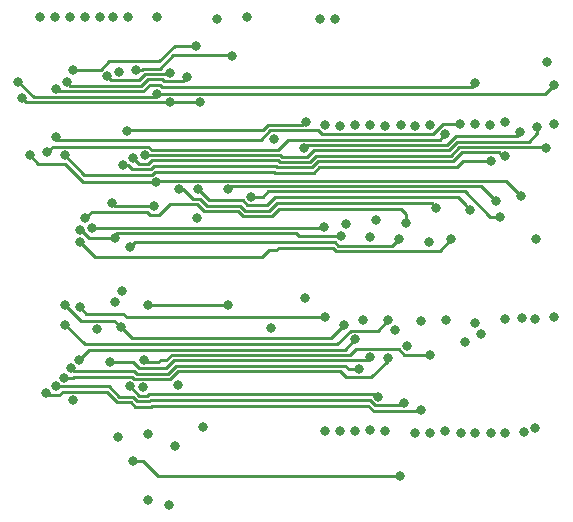
<source format=gbr>
%TF.GenerationSoftware,KiCad,Pcbnew,(7.0.0)*%
%TF.CreationDate,2023-03-25T14:20:40+00:00*%
%TF.ProjectId,connector,636f6e6e-6563-4746-9f72-2e6b69636164,rev?*%
%TF.SameCoordinates,Original*%
%TF.FileFunction,Copper,L2,Inr*%
%TF.FilePolarity,Positive*%
%FSLAX46Y46*%
G04 Gerber Fmt 4.6, Leading zero omitted, Abs format (unit mm)*
G04 Created by KiCad (PCBNEW (7.0.0)) date 2023-03-25 14:20:40*
%MOMM*%
%LPD*%
G01*
G04 APERTURE LIST*
%TA.AperFunction,ViaPad*%
%ADD10C,0.800000*%
%TD*%
%TA.AperFunction,Conductor*%
%ADD11C,0.250000*%
%TD*%
G04 APERTURE END LIST*
D10*
%TO.N,/~{SE1}*%
X131826000Y-107823000D03*
%TO.N,/WEL*%
X129540000Y-95853500D03*
%TO.N,/A9*%
X123174695Y-75946000D03*
%TO.N,/D4*%
X123784674Y-89503931D03*
X126749500Y-90170000D03*
%TO.N,/D3*%
X144436500Y-89281000D03*
%TO.N,/A19*%
X133947500Y-78702500D03*
%TO.N,Net-(U3-CE#)*%
X127000000Y-107061000D03*
%TO.N,GND*%
X125222000Y-97917000D03*
%TO.N,/D2*%
X123772500Y-96049500D03*
%TO.N,/D1*%
X123724500Y-100487511D03*
%TO.N,/D0*%
X147447000Y-101261500D03*
X123000000Y-101219000D03*
%TO.N,/A0*%
X122555000Y-97536000D03*
%TO.N,/A1*%
X149860000Y-100330000D03*
X122399963Y-102018350D03*
%TO.N,/A2*%
X151257000Y-104136201D03*
X121724500Y-102755066D03*
%TO.N,/A3*%
X152654000Y-104775000D03*
X120899722Y-103319642D03*
%TO.N,/A11*%
X132170000Y-86068500D03*
%TO.N,/A8*%
X133768500Y-86068500D03*
%TO.N,/ROE*%
X130302000Y-71501000D03*
%TO.N,/A11*%
X131445000Y-76182392D03*
X126073500Y-76454000D03*
%TO.N,/D7*%
X127343500Y-94712313D03*
%TO.N,/~{SE1}*%
X127127000Y-76099500D03*
X127889000Y-71501000D03*
%TO.N,/D6*%
X148336500Y-100292500D03*
X126365000Y-100711000D03*
X125476000Y-71501000D03*
%TO.N,/D3*%
X124206000Y-71501000D03*
%TO.N,/~{SE1}*%
X126492000Y-87211500D03*
X130048500Y-87503000D03*
X132080000Y-102616000D03*
%TO.N,Net-(D1-K)*%
X131318000Y-112776000D03*
X129159000Y-102832500D03*
%TO.N,/D5*%
X146341500Y-89027000D03*
%TO.N,/D6*%
X148336000Y-90118000D03*
%TO.N,/D4*%
X145885500Y-90043000D03*
X126746000Y-95631000D03*
X122936000Y-71501000D03*
%TO.N,/A17*%
X119544500Y-83185000D03*
X120396000Y-71501000D03*
%TO.N,/D7*%
X126619000Y-71501000D03*
X149061000Y-103619500D03*
X128000000Y-102743000D03*
X148881500Y-88677500D03*
%TO.N,/A10*%
X124199500Y-88523890D03*
%TO.N,Net-(U3-CE#)*%
X128038181Y-90925459D03*
X150780500Y-90297500D03*
%TO.N,/A10*%
X151421500Y-88900000D03*
%TO.N,GND*%
X129540000Y-106807000D03*
%TO.N,/ROE*%
X153320500Y-90551000D03*
%TO.N,/A11*%
X153961500Y-87625109D03*
%TO.N,/A9*%
X133620500Y-73914000D03*
X123772500Y-90551000D03*
X155231500Y-90297000D03*
%TO.N,/A8*%
X156813500Y-87824799D03*
%TO.N,/D3*%
X124785632Y-89347562D03*
X144526000Y-106553000D03*
%TO.N,/D4*%
X145796000Y-106553000D03*
%TO.N,/D6*%
X148336000Y-106426000D03*
%TO.N,/D7*%
X149606000Y-106553000D03*
%TO.N,/A10*%
X152146000Y-106680000D03*
%TO.N,/A11*%
X154686000Y-106553000D03*
%TO.N,/A9*%
X156083000Y-106680000D03*
%TO.N,/A8*%
X157226000Y-106680000D03*
%TO.N,/D5*%
X147066000Y-106553000D03*
X146177000Y-97536000D03*
X127224500Y-97744227D03*
X122555000Y-95885000D03*
X121666000Y-71501000D03*
%TO.N,/A8*%
X135382000Y-71628000D03*
X132842000Y-76581000D03*
X122659057Y-76999500D03*
%TO.N,/ROE*%
X153416000Y-106680000D03*
X153416000Y-100076000D03*
X129188232Y-100483500D03*
%TO.N,/A13*%
X128524000Y-75946000D03*
X136312500Y-86068500D03*
X136646000Y-74803000D03*
%TO.N,/WEL*%
X138261500Y-86680652D03*
X136312500Y-95853500D03*
X137896000Y-71501000D03*
%TO.N,/A13*%
X158623000Y-106680000D03*
X159004000Y-87084500D03*
%TO.N,/WEL*%
X159766000Y-106680000D03*
X159328297Y-88392000D03*
%TO.N,Net-(JP1-A)*%
X150876000Y-110363000D03*
X128270000Y-109093000D03*
%TO.N,/A14*%
X142896000Y-80338500D03*
X127775500Y-81153000D03*
%TO.N,/D2*%
X145796000Y-80682500D03*
X144526000Y-96874500D03*
%TO.N,/D1*%
X147066000Y-80645000D03*
X147074952Y-98768500D03*
%TO.N,/D0*%
X148336000Y-80645000D03*
X147790500Y-97155000D03*
%TO.N,/A0*%
X149606000Y-80682500D03*
X149863949Y-97167548D03*
%TO.N,/A1*%
X151003000Y-80645000D03*
X150421752Y-97996922D03*
%TO.N,/A2*%
X152146000Y-80682500D03*
X151511000Y-99314000D03*
%TO.N,/A3*%
X153416000Y-80645000D03*
X152691500Y-97206089D03*
%TO.N,/A6*%
X121793000Y-77528000D03*
X157226000Y-77089000D03*
%TO.N,/A5*%
X156391548Y-99005451D03*
X155956000Y-80518000D03*
X121724500Y-81661000D03*
%TO.N,/A4*%
X154781500Y-97155000D03*
X154693803Y-81413611D03*
X121031000Y-82931000D03*
%TO.N,/A6*%
X157263500Y-97379313D03*
X157226000Y-80518000D03*
%TO.N,/A7*%
X158623000Y-83666500D03*
X122500000Y-83185000D03*
X157734000Y-98298000D03*
X158496000Y-80645000D03*
%TO.N,/A15*%
X163232000Y-82550000D03*
X128307000Y-83439000D03*
%TO.N,/A12*%
X159808500Y-83216500D03*
X127463541Y-83975267D03*
X159778797Y-97028000D03*
X159766000Y-80391000D03*
%TO.N,GND*%
X129540000Y-112395000D03*
X144526000Y-80645000D03*
X140208000Y-81788000D03*
X142875000Y-95250000D03*
X133731000Y-88519000D03*
X123190000Y-103917500D03*
X145415000Y-71628000D03*
X139954000Y-97790000D03*
X144145000Y-71628000D03*
%TO.N,/A14*%
X161228297Y-96974895D03*
X142748000Y-82581500D03*
X161069141Y-81229798D03*
%TO.N,/A15*%
X163322000Y-75311000D03*
X162306000Y-106299000D03*
X162433000Y-90297000D03*
%TO.N,/A16*%
X129286000Y-83164500D03*
X162306000Y-97028000D03*
X162507500Y-80772000D03*
%TO.N,/A17*%
X130265487Y-85468748D03*
X161163000Y-86614000D03*
X161344954Y-106573585D03*
%TO.N,/A19*%
X134239000Y-106172000D03*
X118872000Y-78359000D03*
X131445000Y-78702500D03*
%TO.N,/A18*%
X130302000Y-77978000D03*
X163957000Y-80518000D03*
X163957000Y-77216000D03*
X163957000Y-96901000D03*
X118571123Y-76962000D03*
%TD*%
D11*
%TO.N,/A2*%
X121736566Y-102743000D02*
X121724500Y-102755066D01*
X126238296Y-102743000D02*
X121736566Y-102743000D01*
X127127296Y-103632000D02*
X126238296Y-102743000D01*
X128252604Y-103632000D02*
X127127296Y-103632000D01*
X128628104Y-104007500D02*
X128252604Y-103632000D01*
X148302195Y-103886000D02*
X129767201Y-103886000D01*
X129767201Y-103886000D02*
X129645701Y-104007500D01*
X148760695Y-104344500D02*
X148302195Y-103886000D01*
X129645701Y-104007500D02*
X128628104Y-104007500D01*
X151048701Y-104344500D02*
X148760695Y-104344500D01*
X151257000Y-104136201D02*
X151048701Y-104344500D01*
%TO.N,/D2*%
X127735500Y-96874500D02*
X144526000Y-96874500D01*
X127439000Y-96578000D02*
X127735500Y-96874500D01*
X124301000Y-96578000D02*
X127439000Y-96578000D01*
X123772500Y-96049500D02*
X124301000Y-96578000D01*
%TO.N,/D5*%
X126672273Y-97192000D02*
X123862000Y-97192000D01*
X127224500Y-97744227D02*
X126672273Y-97192000D01*
X123862000Y-97192000D02*
X122555000Y-95885000D01*
%TO.N,Net-(U3-CE#)*%
X145660195Y-90843000D02*
X150235000Y-90843000D01*
X145368195Y-90551000D02*
X145660195Y-90843000D01*
X150235000Y-90843000D02*
X150780500Y-90297500D01*
X128412640Y-90551000D02*
X145368195Y-90551000D01*
X128038181Y-90925459D02*
X128412640Y-90551000D01*
%TO.N,/A9*%
X154235500Y-91293000D02*
X155231500Y-90297000D01*
X145473799Y-91293000D02*
X154235500Y-91293000D01*
X140618805Y-91001000D02*
X145181799Y-91001000D01*
X140381305Y-91238500D02*
X140618805Y-91001000D01*
X139198195Y-91821000D02*
X139780695Y-91238500D01*
X145181799Y-91001000D02*
X145473799Y-91293000D01*
X125042500Y-91821000D02*
X139198195Y-91821000D01*
X123772500Y-90551000D02*
X125042500Y-91821000D01*
X139780695Y-91238500D02*
X140381305Y-91238500D01*
%TO.N,/D5*%
X145034000Y-98679000D02*
X146177000Y-97536000D01*
X135509000Y-98679000D02*
X145034000Y-98679000D01*
%TO.N,/WEL*%
X129540000Y-95853500D02*
X136312500Y-95853500D01*
%TO.N,/D5*%
X128159273Y-98679000D02*
X135509000Y-98679000D01*
X127224500Y-97744227D02*
X128159273Y-98679000D01*
%TO.N,/A1*%
X123225955Y-102018350D02*
X122399963Y-102018350D01*
X123321305Y-101923000D02*
X123225955Y-102018350D01*
X128209208Y-101923000D02*
X123321305Y-101923000D01*
X128394208Y-102108000D02*
X128209208Y-101923000D01*
X131449188Y-102108000D02*
X128394208Y-102108000D01*
X132084188Y-101473000D02*
X131449188Y-102108000D01*
X145796000Y-101473000D02*
X132084188Y-101473000D01*
X146309500Y-101986500D02*
X145796000Y-101473000D01*
X148457500Y-101986500D02*
X146309500Y-101986500D01*
X149860000Y-100584000D02*
X148457500Y-101986500D01*
X149860000Y-100330000D02*
X149860000Y-100584000D01*
%TO.N,/D0*%
X123254000Y-101473000D02*
X123000000Y-101219000D01*
X128580604Y-101658000D02*
X128395604Y-101473000D01*
X146264278Y-100987000D02*
X131933792Y-100987000D01*
X146538778Y-101261500D02*
X146264278Y-100987000D01*
X131933792Y-100987000D02*
X131262792Y-101658000D01*
X128395604Y-101473000D02*
X123254000Y-101473000D01*
X147447000Y-101261500D02*
X146538778Y-101261500D01*
X131262792Y-101658000D02*
X128580604Y-101658000D01*
%TO.N,/D6*%
X128270000Y-100711000D02*
X126365000Y-100711000D01*
X128767000Y-101208000D02*
X128270000Y-100711000D01*
X131747396Y-100537000D02*
X131076396Y-101208000D01*
X148092000Y-100537000D02*
X131747396Y-100537000D01*
X148336500Y-100292500D02*
X148092000Y-100537000D01*
X131076396Y-101208000D02*
X128767000Y-101208000D01*
%TO.N,/ROE*%
X151247695Y-100076000D02*
X153416000Y-100076000D01*
X150786000Y-99614305D02*
X151247695Y-100076000D01*
X150786000Y-99568000D02*
X150786000Y-99614305D01*
X147156070Y-99568000D02*
X150786000Y-99568000D01*
X146637070Y-100087000D02*
X147156070Y-99568000D01*
X130594812Y-100541000D02*
X131107000Y-100541000D01*
X131561000Y-100087000D02*
X146637070Y-100087000D01*
X129404232Y-100699500D02*
X130436312Y-100699500D01*
X130436312Y-100699500D02*
X130594812Y-100541000D01*
X129188232Y-100483500D02*
X129404232Y-100699500D01*
X131107000Y-100541000D02*
X131561000Y-100087000D01*
%TO.N,/D1*%
X124575011Y-99637000D02*
X123724500Y-100487511D01*
X146206452Y-99637000D02*
X124575011Y-99637000D01*
X147074952Y-98768500D02*
X146206452Y-99637000D01*
%TO.N,/A13*%
X129133117Y-75840695D02*
X129027812Y-75946000D01*
X130535701Y-75840695D02*
X129133117Y-75840695D01*
X131700396Y-74676000D02*
X130535701Y-75840695D01*
X136519000Y-74676000D02*
X131700396Y-74676000D01*
X129027812Y-75946000D02*
X128524000Y-75946000D01*
X136646000Y-74803000D02*
X136519000Y-74676000D01*
%TO.N,/A9*%
X130519000Y-75221000D02*
X131826000Y-73914000D01*
X125556195Y-75946000D02*
X126281195Y-75221000D01*
X131826000Y-73914000D02*
X133620500Y-73914000D01*
X123174695Y-75946000D02*
X125556195Y-75946000D01*
X126281195Y-75221000D02*
X130519000Y-75221000D01*
%TO.N,/D4*%
X124060632Y-89503931D02*
X123784674Y-89503931D01*
X124060632Y-89647867D02*
X124060632Y-89503931D01*
X124582765Y-90170000D02*
X124060632Y-89647867D01*
X126749500Y-90170000D02*
X124582765Y-90170000D01*
X142061000Y-89789000D02*
X142315000Y-90043000D01*
X126873000Y-89789000D02*
X142061000Y-89789000D01*
X126749500Y-89912500D02*
X126873000Y-89789000D01*
X142315000Y-90043000D02*
X145885500Y-90043000D01*
X126749500Y-90170000D02*
X126749500Y-89912500D01*
%TO.N,/D3*%
X144414500Y-89303000D02*
X144436500Y-89281000D01*
X124785632Y-89347562D02*
X124830194Y-89303000D01*
X124830194Y-89303000D02*
X144414500Y-89303000D01*
%TO.N,/A0*%
X148987497Y-98044000D02*
X149863949Y-97167548D01*
X146694305Y-98044000D02*
X148987497Y-98044000D01*
X124206000Y-99187000D02*
X145551305Y-99187000D01*
X122555000Y-97536000D02*
X124206000Y-99187000D01*
X145551305Y-99187000D02*
X146694305Y-98044000D01*
%TO.N,/A3*%
X152568299Y-104860701D02*
X152654000Y-104775000D01*
X148640500Y-104860701D02*
X152568299Y-104860701D01*
X129895597Y-104394000D02*
X148173799Y-104394000D01*
X129832097Y-104457500D02*
X129895597Y-104394000D01*
X126940900Y-104082000D02*
X128066208Y-104082000D01*
X128441708Y-104457500D02*
X129832097Y-104457500D01*
X128066208Y-104082000D02*
X128441708Y-104457500D01*
X126051900Y-103193000D02*
X126940900Y-104082000D01*
X122311871Y-103193000D02*
X126051900Y-103193000D01*
X122024805Y-103480066D02*
X122311871Y-103193000D01*
X121060146Y-103480066D02*
X122024805Y-103480066D01*
X148173799Y-104394000D02*
X148640500Y-104860701D01*
X120899722Y-103319642D02*
X121060146Y-103480066D01*
%TO.N,/D7*%
X148819500Y-103378000D02*
X149061000Y-103619500D01*
X129638805Y-103378000D02*
X148819500Y-103378000D01*
X129459305Y-103557500D02*
X129638805Y-103378000D01*
X128000000Y-102743000D02*
X128814500Y-103557500D01*
X128814500Y-103557500D02*
X129459305Y-103557500D01*
%TO.N,/A18*%
X119861623Y-78252500D02*
X130027500Y-78252500D01*
X118571123Y-76962000D02*
X119861623Y-78252500D01*
X130027500Y-78252500D02*
X130302000Y-77978000D01*
%TO.N,/A19*%
X118872000Y-78359000D02*
X119215500Y-78702500D01*
X119215500Y-78702500D02*
X131445000Y-78702500D01*
%TO.N,/A17*%
X124076748Y-85468748D02*
X130265487Y-85468748D01*
X122518000Y-83910000D02*
X124076748Y-85468748D01*
X119544500Y-83185000D02*
X120269500Y-83910000D01*
X120269500Y-83910000D02*
X122518000Y-83910000D01*
%TO.N,/A8*%
X132516108Y-76906892D02*
X132842000Y-76581000D01*
X130726396Y-76740695D02*
X130892593Y-76906892D01*
X129505909Y-76740695D02*
X130726396Y-76740695D01*
X130892593Y-76906892D02*
X132516108Y-76906892D01*
X128972604Y-77274000D02*
X129505909Y-76740695D01*
X122933557Y-77274000D02*
X128972604Y-77274000D01*
X122659057Y-76999500D02*
X122933557Y-77274000D01*
%TO.N,/A6*%
X156958108Y-77356892D02*
X157226000Y-77089000D01*
X130706197Y-77356892D02*
X156958108Y-77356892D01*
X129692305Y-77190695D02*
X130540000Y-77190695D01*
X130540000Y-77190695D02*
X130706197Y-77356892D01*
X129159000Y-77724000D02*
X129692305Y-77190695D01*
X121989000Y-77724000D02*
X129159000Y-77724000D01*
X121793000Y-77528000D02*
X121989000Y-77724000D01*
%TO.N,/A11*%
X126443500Y-76824000D02*
X126073500Y-76454000D01*
X131336697Y-76290695D02*
X129319513Y-76290695D01*
X128786208Y-76824000D02*
X126443500Y-76824000D01*
X131445000Y-76182392D02*
X131336697Y-76290695D01*
X129319513Y-76290695D02*
X128786208Y-76824000D01*
%TO.N,/A17*%
X159893000Y-85344000D02*
X161163000Y-86614000D01*
X130390235Y-85344000D02*
X159893000Y-85344000D01*
X130265487Y-85468748D02*
X130390235Y-85344000D01*
%TO.N,/A7*%
X156236500Y-83666500D02*
X158623000Y-83666500D01*
X155702000Y-84201000D02*
X156236500Y-83666500D01*
X144062993Y-84201000D02*
X155702000Y-84201000D01*
X140320708Y-84656500D02*
X143607493Y-84656500D01*
X143607493Y-84656500D02*
X144062993Y-84201000D01*
X140246208Y-84582000D02*
X140320708Y-84656500D01*
X124151000Y-84836000D02*
X129912597Y-84836000D01*
X122500000Y-83185000D02*
X124151000Y-84836000D01*
X129912597Y-84836000D02*
X130166597Y-84582000D01*
X130166597Y-84582000D02*
X140246208Y-84582000D01*
%TO.N,/A10*%
X151421500Y-88175500D02*
X151421500Y-88900000D01*
X150945000Y-87699000D02*
X151421500Y-88175500D01*
X140621597Y-87699000D02*
X150945000Y-87699000D01*
X140014945Y-88305652D02*
X140621597Y-87699000D01*
X137588403Y-88305652D02*
X140014945Y-88305652D01*
X137177751Y-87895000D02*
X137588403Y-88305652D01*
X134250000Y-87895000D02*
X137177751Y-87895000D01*
X131376000Y-87318000D02*
X133673000Y-87318000D01*
X130466000Y-88228000D02*
X131376000Y-87318000D01*
X129473195Y-87953000D02*
X129748195Y-88228000D01*
X124770390Y-87953000D02*
X129473195Y-87953000D01*
X129748195Y-88228000D02*
X130466000Y-88228000D01*
X124199500Y-88523890D02*
X124770390Y-87953000D01*
X133673000Y-87318000D02*
X134250000Y-87895000D01*
%TO.N,/A11*%
X153585391Y-87249000D02*
X153961500Y-87625109D01*
X140435201Y-87249000D02*
X153585391Y-87249000D01*
X139828549Y-87855652D02*
X140435201Y-87249000D01*
X137774799Y-87855652D02*
X139828549Y-87855652D01*
X134508604Y-87445000D02*
X137364147Y-87445000D01*
X137364147Y-87445000D02*
X137774799Y-87855652D01*
X133931604Y-86868000D02*
X134508604Y-87445000D01*
X132550500Y-86068500D02*
X133350000Y-86868000D01*
X132170000Y-86068500D02*
X132550500Y-86068500D01*
X133350000Y-86868000D02*
X133931604Y-86868000D01*
%TO.N,/A8*%
X156491201Y-87502500D02*
X156813500Y-87824799D01*
X156491201Y-87403201D02*
X156491201Y-87502500D01*
X139642153Y-87405652D02*
X140306805Y-86741000D01*
X155829000Y-86741000D02*
X156491201Y-87403201D01*
X137961195Y-87405652D02*
X139642153Y-87405652D01*
X137550543Y-86995000D02*
X137961195Y-87405652D01*
X134695000Y-86995000D02*
X137550543Y-86995000D01*
X140306805Y-86741000D02*
X155829000Y-86741000D01*
X133768500Y-86068500D02*
X134695000Y-86995000D01*
%TO.N,/WEL*%
X156348000Y-86244000D02*
X158496000Y-88392000D01*
X139689000Y-86244000D02*
X156348000Y-86244000D01*
X139252348Y-86680652D02*
X139689000Y-86244000D01*
X158496000Y-88392000D02*
X159328297Y-88392000D01*
X138261500Y-86680652D02*
X139252348Y-86680652D01*
%TO.N,/A14*%
X127902500Y-81026000D02*
X127775500Y-81153000D01*
X139721299Y-80613000D02*
X139308299Y-81026000D01*
X142621500Y-80613000D02*
X139721299Y-80613000D01*
X139308299Y-81026000D02*
X127902500Y-81026000D01*
X142896000Y-80338500D02*
X142621500Y-80613000D01*
%TO.N,/A13*%
X157713500Y-85794000D02*
X159004000Y-87084500D01*
X136312500Y-86068500D02*
X136587000Y-85794000D01*
X136587000Y-85794000D02*
X157713500Y-85794000D01*
%TO.N,/~{SE1}*%
X126783500Y-87503000D02*
X130048500Y-87503000D01*
X126492000Y-87211500D02*
X126783500Y-87503000D01*
%TO.N,/A12*%
X159543500Y-83216500D02*
X159808500Y-83216500D01*
X159269000Y-82942000D02*
X159543500Y-83216500D01*
X156099907Y-82942000D02*
X159269000Y-82942000D01*
X155384907Y-83657000D02*
X156099907Y-82942000D01*
X143970597Y-83657000D02*
X155384907Y-83657000D01*
X143421097Y-84206500D02*
X143970597Y-83657000D01*
X140374604Y-84074000D02*
X140507104Y-84206500D01*
X130038201Y-84074000D02*
X140374604Y-84074000D01*
X127817962Y-83975267D02*
X128182195Y-84339500D01*
X127463541Y-83975267D02*
X127817962Y-83975267D01*
X129772701Y-84339500D02*
X130038201Y-84074000D01*
X128182195Y-84339500D02*
X129772701Y-84339500D01*
X140507104Y-84206500D02*
X143421097Y-84206500D01*
%TO.N,/A19*%
X133947500Y-78702500D02*
X131445000Y-78702500D01*
%TO.N,Net-(JP1-A)*%
X129159000Y-109093000D02*
X130429000Y-110363000D01*
X128270000Y-109093000D02*
X129159000Y-109093000D01*
X130429000Y-110363000D02*
X150876000Y-110363000D01*
%TO.N,/A15*%
X128757500Y-83889500D02*
X128307000Y-83439000D01*
X129586305Y-83889500D02*
X128757500Y-83889500D01*
X129861305Y-83614500D02*
X129586305Y-83889500D01*
X140551500Y-83614500D02*
X129861305Y-83614500D01*
X140693500Y-83756500D02*
X140551500Y-83614500D01*
X143234701Y-83756500D02*
X140693500Y-83756500D01*
X155198511Y-83207000D02*
X143784201Y-83207000D01*
X155913511Y-82492000D02*
X155198511Y-83207000D01*
X143784201Y-83207000D02*
X143234701Y-83756500D01*
X163232000Y-82550000D02*
X163174000Y-82492000D01*
X163174000Y-82492000D02*
X155913511Y-82492000D01*
%TO.N,/A16*%
X162507500Y-81332500D02*
X162507500Y-80772000D01*
X155727115Y-82042000D02*
X161798000Y-82042000D01*
X161798000Y-82042000D02*
X162507500Y-81332500D01*
X143597805Y-82757000D02*
X155012115Y-82757000D01*
X143048305Y-83306500D02*
X143597805Y-82757000D01*
X155012115Y-82757000D02*
X155727115Y-82042000D01*
X140879896Y-83306500D02*
X143048305Y-83306500D01*
X129286000Y-83164500D02*
X140737896Y-83164500D01*
X140737896Y-83164500D02*
X140879896Y-83306500D01*
%TO.N,/A14*%
X154825719Y-82307000D02*
X155598719Y-81534000D01*
X143022500Y-82307000D02*
X154825719Y-82307000D01*
X155598719Y-81534000D02*
X160764939Y-81534000D01*
X160764939Y-81534000D02*
X161069141Y-81229798D01*
X142748000Y-82581500D02*
X143022500Y-82307000D01*
%TO.N,/A4*%
X129586305Y-82439500D02*
X121522500Y-82439500D01*
X121522500Y-82439500D02*
X121031000Y-82931000D01*
X140551500Y-82714500D02*
X129861305Y-82714500D01*
X141409000Y-81857000D02*
X140551500Y-82714500D01*
X154250414Y-81857000D02*
X141409000Y-81857000D01*
X154693803Y-81413611D02*
X154250414Y-81857000D01*
X129861305Y-82714500D02*
X129586305Y-82439500D01*
%TO.N,/A5*%
X121941500Y-81878000D02*
X121724500Y-81661000D01*
X139092695Y-81878000D02*
X121941500Y-81878000D01*
X144262695Y-81407000D02*
X143918695Y-81063000D01*
X153679305Y-81407000D02*
X144262695Y-81407000D01*
X154141000Y-80945305D02*
X153679305Y-81407000D01*
X154141000Y-80936000D02*
X154141000Y-80945305D01*
X139907695Y-81063000D02*
X139092695Y-81878000D01*
X154559000Y-80518000D02*
X154141000Y-80936000D01*
X143918695Y-81063000D02*
X139907695Y-81063000D01*
X155956000Y-80518000D02*
X154559000Y-80518000D01*
%TO.N,/A18*%
X130302000Y-77978000D02*
X163195000Y-77978000D01*
X163195000Y-77978000D02*
X163957000Y-77216000D01*
%TD*%
M02*

</source>
